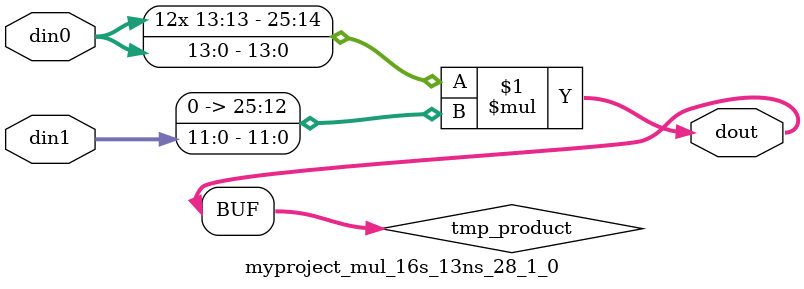
<source format=v>

`timescale 1 ns / 1 ps

  module myproject_mul_16s_13ns_28_1_0(din0, din1, dout);
parameter ID = 1;
parameter NUM_STAGE = 0;
parameter din0_WIDTH = 14;
parameter din1_WIDTH = 12;
parameter dout_WIDTH = 26;

input [din0_WIDTH - 1 : 0] din0; 
input [din1_WIDTH - 1 : 0] din1; 
output [dout_WIDTH - 1 : 0] dout;

wire signed [dout_WIDTH - 1 : 0] tmp_product;












assign tmp_product = $signed(din0) * $signed({1'b0, din1});









assign dout = tmp_product;







endmodule

</source>
